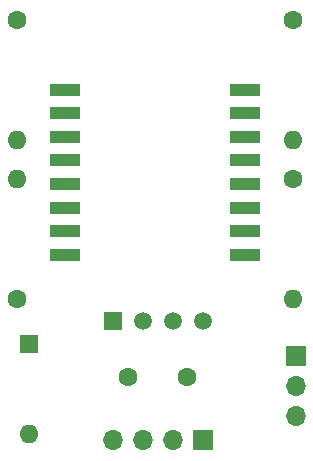
<source format=gbr>
%TF.GenerationSoftware,KiCad,Pcbnew,(5.1.7)-1*%
%TF.CreationDate,2020-10-29T12:11:27+01:00*%
%TF.ProjectId,wifi_temp_sensor,77696669-5f74-4656-9d70-5f73656e736f,rev?*%
%TF.SameCoordinates,Original*%
%TF.FileFunction,Soldermask,Bot*%
%TF.FilePolarity,Negative*%
%FSLAX46Y46*%
G04 Gerber Fmt 4.6, Leading zero omitted, Abs format (unit mm)*
G04 Created by KiCad (PCBNEW (5.1.7)-1) date 2020-10-29 12:11:27*
%MOMM*%
%LPD*%
G01*
G04 APERTURE LIST*
%ADD10C,1.500000*%
%ADD11R,1.500000X1.500000*%
%ADD12C,1.600000*%
%ADD13O,1.700000X1.700000*%
%ADD14R,1.700000X1.700000*%
%ADD15R,2.500000X1.000000*%
%ADD16O,1.600000X1.600000*%
%ADD17R,1.600000X1.600000*%
G04 APERTURE END LIST*
D10*
%TO.C,SENS1*%
X154696000Y-87222000D03*
X152156000Y-87222000D03*
X149616000Y-87222000D03*
D11*
X147076000Y-87222000D03*
%TD*%
D12*
%TO.C,C1*%
X153336000Y-91948000D03*
X148336000Y-91948000D03*
%TD*%
D13*
%TO.C,J1*%
X147066000Y-97282000D03*
X149606000Y-97282000D03*
X152146000Y-97282000D03*
D14*
X154686000Y-97282000D03*
%TD*%
D15*
%TO.C,U1*%
X143022000Y-67620000D03*
X143022000Y-69620000D03*
X143022000Y-71620000D03*
X143022000Y-73620000D03*
X143022000Y-75620000D03*
X143022000Y-77620000D03*
X143022000Y-79620000D03*
X143022000Y-81620000D03*
X158222000Y-81620000D03*
X158222000Y-79620000D03*
X158222000Y-77620000D03*
X158222000Y-75620000D03*
X158222000Y-73620000D03*
X158222000Y-71620000D03*
X158222000Y-69620000D03*
X158222000Y-67620000D03*
%TD*%
D13*
%TO.C,U2*%
X162560000Y-95250000D03*
X162560000Y-92710000D03*
D14*
X162560000Y-90170000D03*
%TD*%
D16*
%TO.C,R4*%
X138938000Y-75184000D03*
D12*
X138938000Y-85344000D03*
%TD*%
D16*
%TO.C,R3*%
X138938000Y-71882000D03*
D12*
X138938000Y-61722000D03*
%TD*%
D16*
%TO.C,R2*%
X162306000Y-71882000D03*
D12*
X162306000Y-61722000D03*
%TD*%
D16*
%TO.C,R1*%
X162306000Y-85344000D03*
D12*
X162306000Y-75184000D03*
%TD*%
D16*
%TO.C,BOOT*%
X139954000Y-96774000D03*
D17*
X139954000Y-89154000D03*
%TD*%
M02*

</source>
